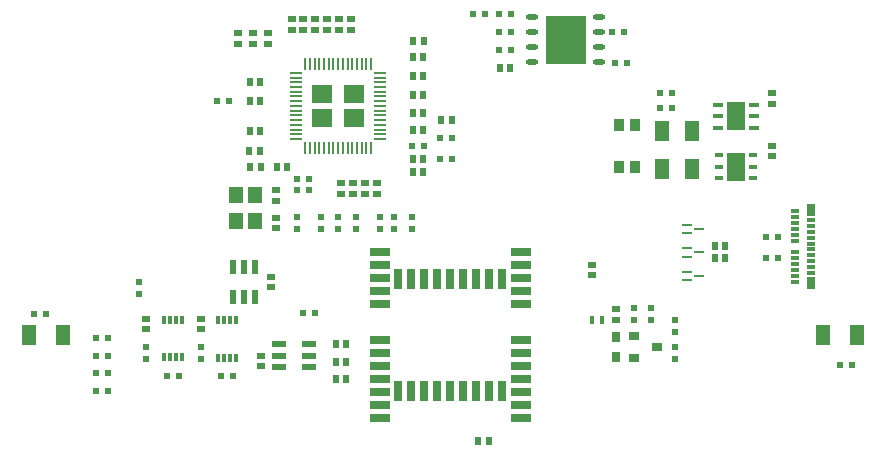
<source format=gtp>
G04*
G04 #@! TF.GenerationSoftware,Altium Limited,Altium Designer,24.4.1 (13)*
G04*
G04 Layer_Color=8421504*
%FSLAX44Y44*%
%MOMM*%
G71*
G04*
G04 #@! TF.SameCoordinates,A1F2DE11-FB7D-42BF-9404-5D1B71094F70*
G04*
G04*
G04 #@! TF.FilePolarity,Positive*
G04*
G01*
G75*
%ADD10R,1.7500X1.5000*%
%ADD11R,1.7500X1.5000*%
%ADD12R,0.5000X0.6000*%
%ADD13R,0.6000X0.6400*%
%ADD14R,0.3000X0.8000*%
%ADD15R,1.8000X0.8000*%
%ADD16R,0.3500X0.6500*%
%ADD17R,0.6000X0.5000*%
%ADD18R,0.6400X0.6000*%
%ADD19R,0.8000X0.9000*%
%ADD20R,0.9000X0.8000*%
%ADD21R,0.7000X1.8000*%
%ADD22R,0.8000X1.8000*%
%ADD23R,0.6000X1.1500*%
%ADD24R,1.1500X0.6000*%
%ADD25R,0.9144X0.2032*%
%ADD26R,0.9144X0.2540*%
%ADD27R,1.1000X0.2000*%
%ADD28R,1.3000X1.8000*%
%ADD29O,0.7000X0.4000*%
%ADD30R,1.6500X2.4000*%
%ADD31O,0.9000X0.4000*%
%ADD32R,3.5000X4.1000*%
G04:AMPARAMS|DCode=33|XSize=1.05mm|YSize=0.45mm|CornerRadius=0.225mm|HoleSize=0mm|Usage=FLASHONLY|Rotation=180.000|XOffset=0mm|YOffset=0mm|HoleType=Round|Shape=RoundedRectangle|*
%AMROUNDEDRECTD33*
21,1,1.0500,0.0000,0,0,180.0*
21,1,0.6000,0.4500,0,0,180.0*
1,1,0.4500,-0.3000,0.0000*
1,1,0.4500,0.3000,0.0000*
1,1,0.4500,0.3000,0.0000*
1,1,0.4500,-0.3000,0.0000*
%
%ADD33ROUNDEDRECTD33*%
%ADD34R,0.7000X0.3000*%
%ADD35R,0.7000X1.0000*%
G04:AMPARAMS|DCode=36|XSize=0.2mm|YSize=1.1mm|CornerRadius=0.05mm|HoleSize=0mm|Usage=FLASHONLY|Rotation=90.000|XOffset=0mm|YOffset=0mm|HoleType=Round|Shape=RoundedRectangle|*
%AMROUNDEDRECTD36*
21,1,0.2000,1.0000,0,0,90.0*
21,1,0.1000,1.1000,0,0,90.0*
1,1,0.1000,0.5000,0.0500*
1,1,0.1000,0.5000,-0.0500*
1,1,0.1000,-0.5000,-0.0500*
1,1,0.1000,-0.5000,0.0500*
%
%ADD36ROUNDEDRECTD36*%
G04:AMPARAMS|DCode=37|XSize=0.2mm|YSize=1.1mm|CornerRadius=0.05mm|HoleSize=0mm|Usage=FLASHONLY|Rotation=0.000|XOffset=0mm|YOffset=0mm|HoleType=Round|Shape=RoundedRectangle|*
%AMROUNDEDRECTD37*
21,1,0.2000,1.0000,0,0,0.0*
21,1,0.1000,1.1000,0,0,0.0*
1,1,0.1000,0.0500,-0.5000*
1,1,0.1000,-0.0500,-0.5000*
1,1,0.1000,-0.0500,0.5000*
1,1,0.1000,0.0500,0.5000*
%
%ADD37ROUNDEDRECTD37*%
%ADD38R,0.2000X1.1000*%
%ADD39R,0.9000X1.0000*%
%ADD40R,1.2000X1.4000*%
%ADD41R,1.2000X1.7500*%
D10*
X746159Y739000D02*
D03*
Y719000D02*
D03*
D11*
X773659Y739000D02*
D03*
Y719000D02*
D03*
D12*
X671000Y500000D02*
D03*
X661000D02*
D03*
X565000Y517500D02*
D03*
X555000D02*
D03*
X625000Y500000D02*
D03*
X615000D02*
D03*
X512500Y552500D02*
D03*
X502500D02*
D03*
X1004500Y765000D02*
D03*
X994500D02*
D03*
X856558Y702000D02*
D03*
X846558D02*
D03*
X906442Y776500D02*
D03*
X896442D02*
D03*
X895942Y807000D02*
D03*
X905942D02*
D03*
X1122000Y618000D02*
D03*
X1132000D02*
D03*
Y600000D02*
D03*
X1122000D02*
D03*
X1042500Y740000D02*
D03*
X1032500D02*
D03*
X1032500Y727500D02*
D03*
X1042500D02*
D03*
X565000Y532500D02*
D03*
X555000D02*
D03*
X1185000Y510000D02*
D03*
X1195000D02*
D03*
X896442Y791500D02*
D03*
X906442D02*
D03*
X832558Y695000D02*
D03*
X822558D02*
D03*
X846558Y684000D02*
D03*
X856558D02*
D03*
X730000Y554000D02*
D03*
X740000D02*
D03*
X555000Y487500D02*
D03*
X565000D02*
D03*
X884000Y807000D02*
D03*
X874000D02*
D03*
X667558Y733000D02*
D03*
X657558D02*
D03*
X991942Y791500D02*
D03*
X1001942D02*
D03*
X555000Y502500D02*
D03*
X565000D02*
D03*
D13*
X823600Y784000D02*
D03*
X832400D02*
D03*
X766900Y527500D02*
D03*
X758100D02*
D03*
Y512500D02*
D03*
X766900D02*
D03*
X1078600Y600000D02*
D03*
X1087400D02*
D03*
X1078600Y610000D02*
D03*
X1087400D02*
D03*
X823258Y738500D02*
D03*
X832058D02*
D03*
X823158Y709000D02*
D03*
X831958D02*
D03*
X878600Y445000D02*
D03*
X887400D02*
D03*
X758100Y497500D02*
D03*
X766900D02*
D03*
X685600Y677500D02*
D03*
X694400D02*
D03*
X684658Y690500D02*
D03*
X693458D02*
D03*
X716900Y677500D02*
D03*
X708100D02*
D03*
X847158Y717000D02*
D03*
X855958D02*
D03*
X897042Y761500D02*
D03*
X905842D02*
D03*
X685158Y733000D02*
D03*
X693958D02*
D03*
X685158Y708000D02*
D03*
X693958D02*
D03*
X831958Y673000D02*
D03*
X823158D02*
D03*
X685158Y749000D02*
D03*
X693958D02*
D03*
X831958Y754000D02*
D03*
X823158D02*
D03*
X831958Y770750D02*
D03*
X823158D02*
D03*
Y723000D02*
D03*
X831958D02*
D03*
Y684000D02*
D03*
X823158D02*
D03*
D14*
X612500Y548000D02*
D03*
X617500D02*
D03*
X622500D02*
D03*
X627500D02*
D03*
Y516000D02*
D03*
X622500D02*
D03*
X617500D02*
D03*
X612500D02*
D03*
X658443Y515983D02*
D03*
X663443D02*
D03*
X668443D02*
D03*
X673443D02*
D03*
Y547982D02*
D03*
X668443D02*
D03*
X663443D02*
D03*
X658443D02*
D03*
D15*
X795000Y465000D02*
D03*
Y476000D02*
D03*
Y487000D02*
D03*
Y498000D02*
D03*
Y509000D02*
D03*
Y520000D02*
D03*
Y531000D02*
D03*
Y561000D02*
D03*
Y572000D02*
D03*
Y583000D02*
D03*
Y594000D02*
D03*
Y605000D02*
D03*
X915000D02*
D03*
Y594000D02*
D03*
Y583000D02*
D03*
Y572000D02*
D03*
Y561000D02*
D03*
Y531000D02*
D03*
Y520000D02*
D03*
Y509000D02*
D03*
Y498000D02*
D03*
Y487000D02*
D03*
Y476000D02*
D03*
Y465000D02*
D03*
D16*
X983500Y547500D02*
D03*
X975000D02*
D03*
D17*
X1025000Y557500D02*
D03*
Y547500D02*
D03*
X1010000D02*
D03*
Y557500D02*
D03*
X1045000Y515000D02*
D03*
Y525000D02*
D03*
Y537500D02*
D03*
Y547500D02*
D03*
X597500Y524500D02*
D03*
Y514500D02*
D03*
X643443Y524482D02*
D03*
Y514483D02*
D03*
X735000Y657500D02*
D03*
Y667500D02*
D03*
X725000D02*
D03*
Y657500D02*
D03*
X760000Y625000D02*
D03*
Y635000D02*
D03*
X822500Y625000D02*
D03*
Y635000D02*
D03*
X725000D02*
D03*
Y625000D02*
D03*
X807500Y635000D02*
D03*
Y625000D02*
D03*
X775000Y635000D02*
D03*
Y625000D02*
D03*
X745000D02*
D03*
Y635000D02*
D03*
X591000Y570000D02*
D03*
Y580000D02*
D03*
X795000Y635000D02*
D03*
Y625000D02*
D03*
D18*
X995000Y556900D02*
D03*
Y548100D02*
D03*
X597500Y548900D02*
D03*
Y540100D02*
D03*
X643443Y548883D02*
D03*
Y540083D02*
D03*
X695000Y517500D02*
D03*
Y508700D02*
D03*
X703000Y575600D02*
D03*
Y584400D02*
D03*
X782558Y663400D02*
D03*
Y654600D02*
D03*
X792558Y654600D02*
D03*
Y663400D02*
D03*
X1127002Y730770D02*
D03*
Y739570D02*
D03*
X975000Y585600D02*
D03*
Y594400D02*
D03*
X700558Y781600D02*
D03*
Y790400D02*
D03*
X1127002Y695170D02*
D03*
Y686370D02*
D03*
X772558Y663400D02*
D03*
Y654600D02*
D03*
X770558Y793600D02*
D03*
Y802400D02*
D03*
X707500Y625600D02*
D03*
Y634400D02*
D03*
Y657500D02*
D03*
Y648700D02*
D03*
X688058Y790400D02*
D03*
Y781600D02*
D03*
X760558Y793600D02*
D03*
Y802400D02*
D03*
X675558Y790400D02*
D03*
Y781600D02*
D03*
X750558Y802400D02*
D03*
Y793600D02*
D03*
X730558D02*
D03*
Y802400D02*
D03*
X740558D02*
D03*
Y793600D02*
D03*
X720558Y802400D02*
D03*
Y793600D02*
D03*
X762558Y654600D02*
D03*
Y663400D02*
D03*
D19*
X995000Y533500D02*
D03*
Y516500D02*
D03*
D20*
X1030000Y525000D02*
D03*
X1010000Y515500D02*
D03*
Y534500D02*
D03*
D21*
X811000Y582500D02*
D03*
X899000D02*
D03*
Y487500D02*
D03*
X811000D02*
D03*
D22*
X822000Y582500D02*
D03*
X833000D02*
D03*
X844000D02*
D03*
X855000D02*
D03*
X866000D02*
D03*
X877000D02*
D03*
X888000D02*
D03*
Y487500D02*
D03*
X877000D02*
D03*
X866000D02*
D03*
X855000D02*
D03*
X844000D02*
D03*
X833000D02*
D03*
X822000D02*
D03*
D23*
X670500Y567000D02*
D03*
X680000D02*
D03*
X689500D02*
D03*
Y593000D02*
D03*
X680000D02*
D03*
X670500D02*
D03*
D24*
X735500Y508000D02*
D03*
Y517500D02*
D03*
Y527000D02*
D03*
X709500D02*
D03*
Y517500D02*
D03*
Y508000D02*
D03*
D25*
X1065080Y585000D02*
D03*
Y605000D02*
D03*
Y625000D02*
D03*
D26*
X1054920Y581444D02*
D03*
Y588556D02*
D03*
Y601444D02*
D03*
Y608556D02*
D03*
Y621444D02*
D03*
Y628556D02*
D03*
D27*
X724409Y705000D02*
D03*
Y709000D02*
D03*
Y753000D02*
D03*
Y749000D02*
D03*
Y745000D02*
D03*
Y741000D02*
D03*
Y737000D02*
D03*
Y733000D02*
D03*
Y729000D02*
D03*
Y725000D02*
D03*
Y721000D02*
D03*
Y717000D02*
D03*
Y713000D02*
D03*
X795409Y705000D02*
D03*
Y709000D02*
D03*
Y713000D02*
D03*
Y717000D02*
D03*
Y721000D02*
D03*
Y725000D02*
D03*
Y729000D02*
D03*
Y733000D02*
D03*
Y737000D02*
D03*
Y741000D02*
D03*
Y745000D02*
D03*
Y749000D02*
D03*
Y753000D02*
D03*
D28*
X498000Y535000D02*
D03*
X527000D02*
D03*
X1199500Y535000D02*
D03*
X1170500D02*
D03*
D29*
X1082752Y668170D02*
D03*
Y677670D02*
D03*
Y687170D02*
D03*
X1111252Y668170D02*
D03*
Y687170D02*
D03*
Y677670D02*
D03*
D30*
X1097002D02*
D03*
X1097002Y720170D02*
D03*
D31*
X1081752Y710670D02*
D03*
Y720170D02*
D03*
Y729670D02*
D03*
X1112252Y710670D02*
D03*
Y729670D02*
D03*
Y720170D02*
D03*
D32*
X952500Y785000D02*
D03*
D33*
X924000Y765950D02*
D03*
Y778650D02*
D03*
Y791350D02*
D03*
Y804050D02*
D03*
X981000D02*
D03*
Y791350D02*
D03*
Y778650D02*
D03*
Y765950D02*
D03*
D34*
X1160000Y607500D02*
D03*
Y587500D02*
D03*
Y592500D02*
D03*
Y597500D02*
D03*
Y602500D02*
D03*
Y612500D02*
D03*
Y617500D02*
D03*
Y622500D02*
D03*
Y627500D02*
D03*
Y632500D02*
D03*
X1147000Y615000D02*
D03*
Y640000D02*
D03*
Y635000D02*
D03*
Y630000D02*
D03*
Y625000D02*
D03*
Y620000D02*
D03*
Y580000D02*
D03*
Y605000D02*
D03*
Y600000D02*
D03*
Y595000D02*
D03*
Y590000D02*
D03*
Y585000D02*
D03*
D35*
X1160000Y579000D02*
D03*
X1160100Y641000D02*
D03*
D36*
X724409Y757000D02*
D03*
Y701000D02*
D03*
X795409D02*
D03*
Y757000D02*
D03*
D37*
X731909Y693500D02*
D03*
X787909D02*
D03*
Y764500D02*
D03*
X731909D02*
D03*
D38*
X735909Y693500D02*
D03*
X739909D02*
D03*
X743909D02*
D03*
X747909D02*
D03*
X751909D02*
D03*
X755909D02*
D03*
X759909D02*
D03*
X763909D02*
D03*
X767909D02*
D03*
X771909D02*
D03*
X775909D02*
D03*
X779909D02*
D03*
X783909D02*
D03*
Y764500D02*
D03*
X779909D02*
D03*
X775909D02*
D03*
X771909D02*
D03*
X767909D02*
D03*
X763909D02*
D03*
X759909D02*
D03*
X755909D02*
D03*
X751909D02*
D03*
X747909D02*
D03*
X743909D02*
D03*
X739909D02*
D03*
X735909D02*
D03*
D39*
X997752Y712670D02*
D03*
X1011252D02*
D03*
X997752Y677670D02*
D03*
X1011252D02*
D03*
D40*
X673220Y653500D02*
D03*
X689220D02*
D03*
X673220Y631500D02*
D03*
X689220D02*
D03*
D41*
X1034252Y675170D02*
D03*
X1059752D02*
D03*
Y707670D02*
D03*
X1034252D02*
D03*
M02*

</source>
